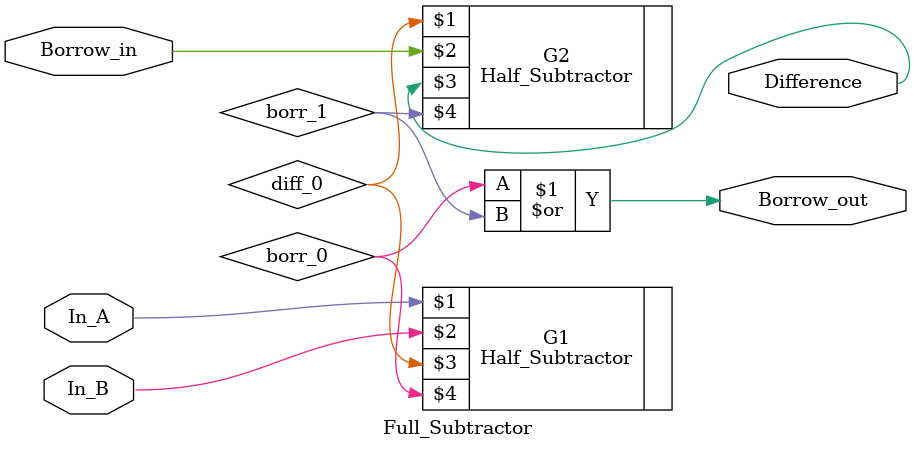
<source format=v>
`timescale 1ns / 1ps

module Full_Subtractor(
    In_A, In_B, Borrow_in, Difference, Borrow_out
    );
    input In_A, In_B, Borrow_in;
    output Difference, Borrow_out;
    
    // implement full subtractor circuit, your code starts from here.
    wire diff_0, borr_0, borr_1;
    Half_Subtractor G1(In_A, In_B, diff_0, borr_0);
    Half_Subtractor G2(diff_0, Borrow_in, Difference, borr_1);
    or(Borrow_out, borr_0, borr_1); //gate(output, input1, input2)

    // use half subtractor in this module, fulfill I/O ports connection.
    Half_Subtractor HSUB (
        .In_A(), 
        .In_B(), 
        .Difference(), 
        .Borrow_out()
    );

endmodule

</source>
